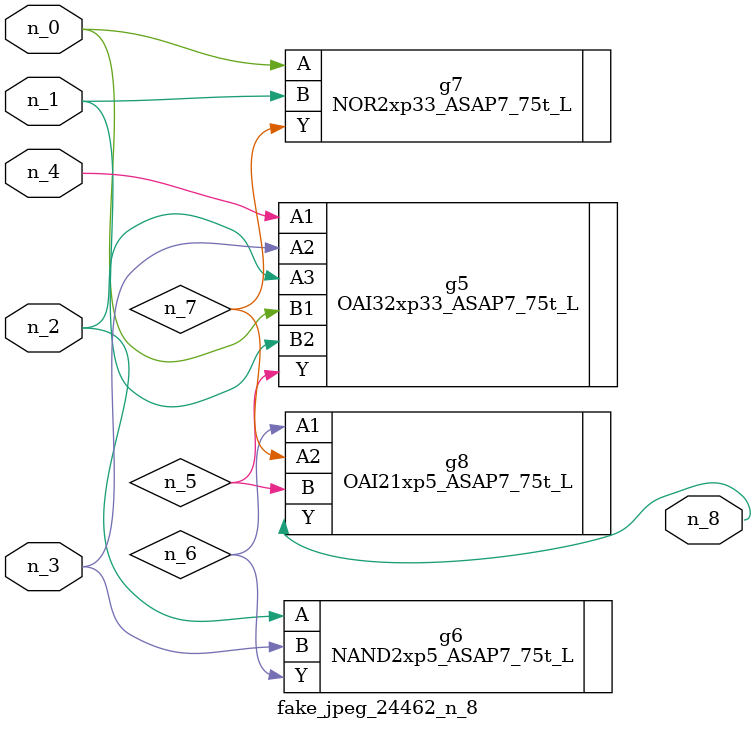
<source format=v>
module fake_jpeg_24462_n_8 (n_3, n_2, n_1, n_0, n_4, n_8);

input n_3;
input n_2;
input n_1;
input n_0;
input n_4;

output n_8;

wire n_6;
wire n_5;
wire n_7;

OAI32xp33_ASAP7_75t_L g5 ( 
.A1(n_4),
.A2(n_3),
.A3(n_2),
.B1(n_0),
.B2(n_1),
.Y(n_5)
);

NAND2xp5_ASAP7_75t_L g6 ( 
.A(n_2),
.B(n_3),
.Y(n_6)
);

NOR2xp33_ASAP7_75t_L g7 ( 
.A(n_0),
.B(n_1),
.Y(n_7)
);

OAI21xp5_ASAP7_75t_L g8 ( 
.A1(n_6),
.A2(n_7),
.B(n_5),
.Y(n_8)
);


endmodule
</source>
